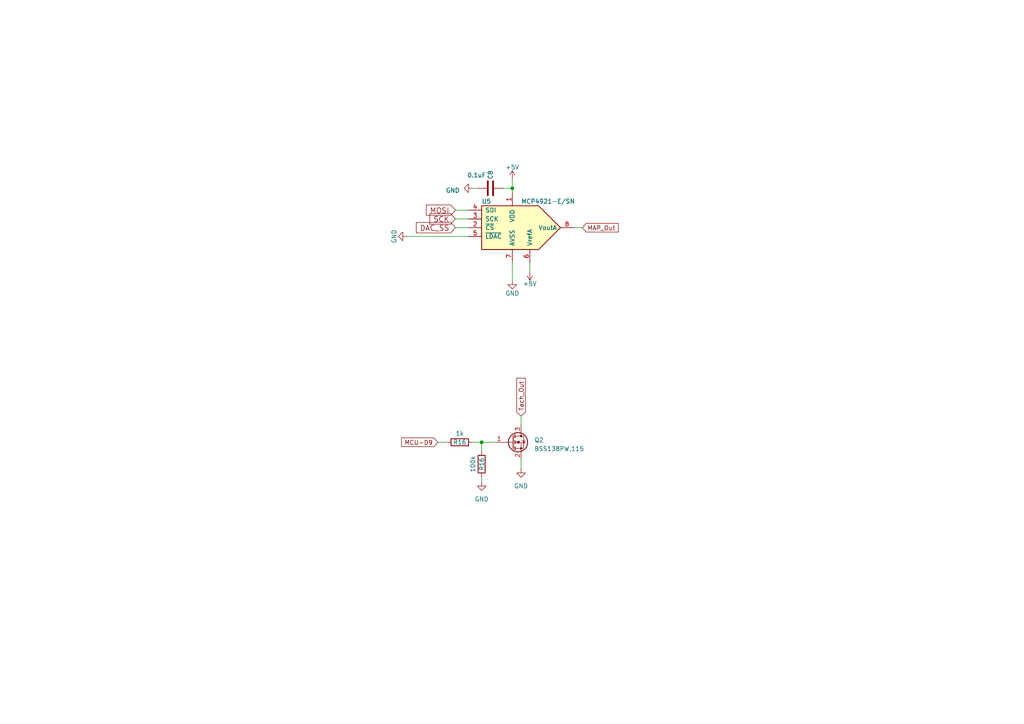
<source format=kicad_sch>
(kicad_sch (version 20230121) (generator eeschema)
  (paper "A4")
  (lib_symbols
    (symbol "Device:C" (pin_numbers hide) (pin_names (offset 0.254))
      (property "Reference" "C" (at 0.635 2.54 0))
      (property "Value" "C" (at 0.635 -2.54 0))
      (symbol "C_0_1"
        (polyline (pts (xy -2.032 -0.762) (xy 2.032 -0.762)) (stroke (width 0.508)))
        (polyline (pts (xy -2.032 0.762) (xy 2.032 0.762)) (stroke (width 0.508)))
      )
      (symbol "C_1_1"
        (pin passive line (at 0 3.81 270) (length 2.794) (name "~") (number "1"))
        (pin passive line (at 0 -3.81 90) (length 2.794) (name "~") (number "2"))
      )
    )
    (symbol "Device:R" (pin_numbers hide) (pin_names (offset 0))
      (property "Reference" "R" (at 2.032 0 90))
      (property "Value" "R" (at 0 0 90))
      (symbol "R_0_1"
        (rectangle (start -1.016 -2.54) (end 1.016 2.54) (stroke (width 0.254)))
      )
      (symbol "R_1_1"
        (pin passive line (at 0 3.81 270) (length 1.27) (name "~") (number "1"))
        (pin passive line (at 0 -3.81 90) (length 1.27) (name "~") (number "2"))
      )
    )
    (symbol "SpeedyMAP-rescue:+5V" (power) (pin_names (offset 0))
      (property "Value" "+5V" (at 0 3.556 0))
      (symbol "+5V_0_1"
        (polyline (pts (xy -0.762 1.27) (xy 0 2.54)))
        (polyline (pts (xy 0 0) (xy 0 2.54)))
        (polyline (pts (xy 0 2.54) (xy 0.762 1.27)))
      )
      (symbol "+5V_1_1"
        (pin power_in line (at 0 0 90) (length 0) hide (name "+5V") (number "1"))
      )
    )
    (symbol "SpeedyMAP-rescue:GND" (power) (pin_names (offset 0))
      (property "Value" "GND" (at 0 -3.81 0))
      (symbol "GND_0_1"
        (polyline (pts (xy 0 0) (xy 0 -1.27) (xy 1.27 -1.27) (xy 0 -2.54) (xy -1.27 -1.27) (xy 0 -1.27)))
      )
      (symbol "GND_1_1"
        (pin power_in line (at 0 0 270) (length 0) hide (name "GND") (number "1"))
      )
    )
    (symbol "SpeedyMAP-rescue:MCP4921-E/SN" (pin_names (offset 1.016))
      (property "Reference" "U" (at -11.43 7.62 0))
      (property "Value" "MCP4921-E/SN" (at 0 7.62 0))
      (symbol "MCP4921-E/SN_0_1"
        (polyline (pts (xy -11.43 6.35) (xy 5.08 6.35) (xy 11.43 0) (xy 5.08 -6.35) (xy -11.43 -6.35) (xy -11.43 6.35)) (stroke (width 0.254)) (fill (type background)))
      )
      (symbol "MCP4921-E/SN_1_1"
        (pin power_in line (at -2.54 10.16 270) (length 3.81) (name "VDD") (number "1"))
        (pin input line (at -15.24 0 0) (length 3.81) (name "~{CS}") (number "2"))
        (pin input line (at -15.24 2.54 0) (length 3.81) (name "SCK") (number "3"))
        (pin input line (at -15.24 5.08 0) (length 3.81) (name "SDI") (number "4"))
        (pin input line (at -15.24 -2.54 0) (length 3.81) (name "~{LDAC}") (number "5"))
        (pin passive line (at 2.54 -10.16 90) (length 3.81) (name "VrefA") (number "6"))
        (pin power_in line (at -2.54 -10.16 90) (length 3.81) (name "AVSS") (number "7"))
        (pin passive line (at 15.24 0 180) (length 3.81) (name "VoutA") (number "8"))
      )
    )
    (symbol "Transistor_FET:BSS138" (pin_names hide)
      (property "Reference" "Q" (at 5.08 1.905 0))
      (property "Value" "BSS138" (at 5.08 0 0))
      (symbol "BSS138_0_1"
        (polyline (pts (xy 0.254 0) (xy -2.54 0)))
        (polyline (pts (xy 0.254 1.905) (xy 0.254 -1.905)) (stroke (width 0.254)))
        (polyline (pts (xy 0.762 -1.27) (xy 0.762 -2.286)) (stroke (width 0.254)))
        (polyline (pts (xy 0.762 0.508) (xy 0.762 -0.508)) (stroke (width 0.254)))
        (polyline (pts (xy 0.762 2.286) (xy 0.762 1.27)) (stroke (width 0.254)))
        (polyline (pts (xy 2.54 2.54) (xy 2.54 1.778)))
        (polyline (pts (xy 2.54 -2.54) (xy 2.54 0) (xy 0.762 0)))
        (polyline (pts (xy 0.762 -1.778) (xy 3.302 -1.778) (xy 3.302 1.778) (xy 0.762 1.778)))
        (polyline (pts (xy 1.016 0) (xy 2.032 0.381) (xy 2.032 -0.381) (xy 1.016 0)) (fill (type outline)))
        (polyline (pts (xy 2.794 0.508) (xy 2.921 0.381) (xy 3.683 0.381) (xy 3.81 0.254)))
        (polyline (pts (xy 3.302 0.381) (xy 2.921 -0.254) (xy 3.683 -0.254) (xy 3.302 0.381)))
        (circle (center 1.651 0) (radius 2.794) (stroke (width 0.254)))
        (circle (center 2.54 -1.778) (radius 0.254) (fill (type outline)))
        (circle (center 2.54 1.778) (radius 0.254) (fill (type outline)))
      )
      (symbol "BSS138_1_1"
        (pin input line (at -5.08 0 0) (length 2.54) (name "G") (number "1"))
        (pin passive line (at 2.54 -5.08 90) (length 2.54) (name "S") (number "2"))
        (pin passive line (at 2.54 5.08 270) (length 2.54) (name "D") (number "3"))
      )
    )
    (symbol "power:GND" (power) (pin_names (offset 0))
      (property "Value" "GND" (at 0 -3.81 0))
      (symbol "GND_0_1"
        (polyline (pts (xy 0 0) (xy 0 -1.27) (xy 1.27 -1.27) (xy 0 -2.54) (xy -1.27 -1.27) (xy 0 -1.27)))
      )
      (symbol "GND_1_1"
        (pin power_in line (at 0 0 270) (length 0) hide (name "GND") (number "1"))
      )
    )
  )
  (junction (at 148.59 54.61))
  (junction (at 139.7 128.27))
  (wire (pts (xy 166.37 66.04) (xy 168.91 66.04)))
  (wire (pts (xy 137.16 54.61) (xy 138.43 54.61)))
  (wire (pts (xy 151.13 120.65) (xy 151.13 123.19)))
  (wire (pts (xy 132.08 63.5) (xy 135.89 63.5)))
  (wire (pts (xy 153.67 78.74) (xy 153.67 76.2)))
  (wire (pts (xy 118.11 68.58) (xy 135.89 68.58)))
  (wire (pts (xy 139.7 128.27) (xy 143.51 128.27)))
  (wire (pts (xy 137.16 128.27) (xy 139.7 128.27)))
  (wire (pts (xy 139.7 128.27) (xy 139.7 130.81)))
  (wire (pts (xy 146.05 54.61) (xy 148.59 54.61)))
  (wire (pts (xy 148.59 52.07) (xy 148.59 54.61)))
  (wire (pts (xy 139.7 138.43) (xy 139.7 139.7)))
  (wire (pts (xy 148.59 81.28) (xy 148.59 76.2)))
  (wire (pts (xy 132.08 66.04) (xy 135.89 66.04)))
  (wire (pts (xy 127 128.27) (xy 129.54 128.27)))
  (wire (pts (xy 151.13 133.35) (xy 151.13 135.89)))
  (wire (pts (xy 148.59 54.61) (xy 148.59 55.88)))
  (wire (pts (xy 132.08 60.96) (xy 135.89 60.96)))
  (global_label "MAP_Out" (shape input) (at 168.91 66.04 0) (property "Intersheetrefs" "${INTERSHEET_REFS}" (effects hide)))
  (global_label "DAC_SS" (shape input) (at 132.08 66.04 180) (effects (font (size 1.524 1.524))) (property "Intersheetrefs" "${INTERSHEET_REFS}" (effects hide)))
  (global_label "SCK" (shape input) (at 132.08 63.5 180) (effects (font (size 1.524 1.524))) (property "Intersheetrefs" "${INTERSHEET_REFS}" (effects hide)))
  (global_label "Tach_Out" (shape input) (at 151.13 120.65 90) (property "Intersheetrefs" "${INTERSHEET_REFS}" (effects hide)))
  (global_label "MCU-D9" (shape input) (at 127 128.27 180) (property "Intersheetrefs" "${INTERSHEET_REFS}" (effects hide)))
  (global_label "MOSI" (shape input) (at 132.08 60.96 180) (effects (font (size 1.524 1.524))) (property "Intersheetrefs" "${INTERSHEET_REFS}" (effects hide)))
  (symbol (lib_id "Device:R") (at 139.7 134.62 180) (unit 1)
    (property "Reference" "R16" (at 139.7 134.62 90))
    (property "Value" "100k" (at 137.16 134.62 90))
    (property "Footprint" "Resistor_SMD:R_0805_2012Metric" (effects hide))
    (property "Digikey Part Number" "311-100KCRTR-ND" (effects hide))
    (property "Manufacturer_Name" "Yageo" (effects hide))
    (property "Manufacturer_Part_Number" "RC0805FR-07100KL" (effects hide))
    (property "URL" "https://www.digikey.com.au/en/products/detail/yageo/RC0805FR-07100KL/727544" (effects hide))
    (instances (project "DropBear" (path "" (reference "R16") (unit 1))) (project "SpeedyMAP" (path "" (reference "R6") (unit 1)) (path "" (reference "R10") (unit 1))))
  )
  (symbol (lib_id "SpeedyMAP-rescue:GND") (at 148.59 81.28 0) (unit 1)
    (property "Reference" "#PWR3" (effects hide))
    (property "Value" "GND" (at 148.59 85.09 0))
    (instances (project "SpeedyMAP" (path "" (reference "#PWR3") (unit 1)) (path "" (reference "#PWR033") (unit 1))))
  )
  (symbol (lib_id "Device:C") (at 142.24 54.61 90) (unit 1)
    (property "Reference" "C8" (at 142.24 52.07 0) (effects (justify left)))
    (property "Value" "0.1uF" (at 140.97 50.8 90) (effects (justify left)))
    (property "Footprint" "Capacitor_SMD:C_0805_2012Metric_Pad1.18x1.45mm_HandSolder" (effects hide))
    (property "Digikey Part Number" "311-1140-1-ND" (effects hide))
    (property "Manufacturer_Name" "Yageo" (effects hide))
    (property "Manufacturer_Part_Number" "CC0805KRX7R9BB104" (effects hide))
    (property "URL" "https://www.digikey.com.au/product-detail/en/yageo/CC0805KRX7R9BB104/311-1140-1-ND/303050" (effects hide))
    (instances (project "DropBear" (path "" (reference "C8") (unit 1))) (project "SpeedyMAP" (path "" (reference "C19") (unit 1)) (path "" (reference "C22") (unit 1))))
  )
  (symbol (lib_id "SpeedyMAP-rescue:+5V") (at 153.67 78.74 180) (unit 1)
    (property "Reference" "#PWR4" (effects hide))
    (property "Value" "+5V" (at 153.67 82.296 0))
    (instances (project "SpeedyMAP" (path "" (reference "#PWR4") (unit 1)) (path "" (reference "#PWR034") (unit 1))))
  )
  (symbol (lib_id "power:GND") (at 139.7 139.7 0) (unit 1)
    (property "Reference" "#PWR036" (effects hide))
    (property "Value" "GND" (at 139.7 144.78 0))
  )
  (symbol (lib_id "SpeedyMAP-rescue:GND") (at 118.11 68.58 270) (unit 1)
    (property "Reference" "#PWR1" (effects hide))
    (property "Value" "GND" (at 114.3 68.58 0))
    (instances (project "SpeedyMAP" (path "" (reference "#PWR1") (unit 1)) (path "" (reference "#PWR031") (unit 1))))
  )
  (symbol (lib_id "power:GND") (at 137.16 54.61 270) (unit 1)
    (property "Reference" "#PWR02" (effects hide))
    (property "Value" "GND" (at 133.35 55.245 90) (effects (justify right)))
  )
  (symbol (lib_id "power:GND") (at 151.13 135.89 0) (unit 1)
    (property "Reference" "#PWR01" (effects hide))
    (property "Value" "GND" (at 151.13 140.97 0))
  )
  (symbol (lib_id "Device:R") (at 133.35 128.27 90) (unit 1)
    (property "Reference" "R16" (at 133.35 128.27 90))
    (property "Value" "1k" (at 133.35 125.73 90))
    (property "Footprint" "Resistor_SMD:R_0805_2012Metric" (effects hide))
    (property "Digikey Part Number" "311-1.00KCRCT-ND" (effects hide))
    (property "Manufacturer_Name" "Yageo" (effects hide))
    (property "Manufacturer_Part_Number" "RC0805FR-071KL" (effects hide))
    (property "URL" "https://www.digikey.com/product-detail/en/yageo/RC0805FR-071KL/311-1.00KCRCT-ND/730391" (effects hide))
    (instances (project "DropBear" (path "" (reference "R16") (unit 1))) (project "SpeedyMAP" (path "" (reference "R6") (unit 1)) (path "" (reference "R8") (unit 1))))
  )
  (symbol (lib_id "SpeedyMAP-rescue:+5V") (at 148.59 52.07 0) (unit 1)
    (property "Reference" "#PWR2" (effects hide))
    (property "Value" "+5V" (at 148.59 48.514 0))
    (instances (project "SpeedyMAP" (path "" (reference "#PWR2") (unit 1)) (path "" (reference "#PWR032") (unit 1))))
  )
  (symbol (lib_id "SpeedyMAP-rescue:MCP4921-E/SN") (at 151.13 66.04 0) (unit 1)
    (property "Reference" "U5" (at 139.7 58.42 0) (effects (justify left)))
    (property "Value" "MCP4921-E/SN" (at 151.13 58.42 0) (effects (justify left)))
    (property "Footprint" "Package_SO:SOIC-8_3.9x4.9mm_P1.27mm" (effects hide))
    (instances (project "SpeedyMAP" (path "" (reference "U5") (unit 1)) (path "" (reference "U8") (unit 1))))
  )
  (symbol (lib_id "Transistor_FET:BSS138") (at 148.59 128.27 0) (unit 1)
    (property "Reference" "Q2" (at 154.94 127.635 0) (effects (justify left)))
    (property "Value" "BSS138PW,115" (at 154.94 130.175 0) (effects (justify left)))
    (property "Footprint" "Package_TO_SOT_SMD:SOT-323_SC-70" (effects hide))
    (property "Digikey Part Number" "1727-1143-2-ND" (effects hide))
    (property "Manufacturer_Name" "Nexperia USA Inc." (effects hide))
    (property "Manufacturer_Part_Number" "BSS138PW,115" (effects hide))
    (property "URL" "https://www.digikey.com.au/en/products/detail/nexperia-usa-inc/BSS138PW-115/2779826" (effects hide))
  )
)
</source>
